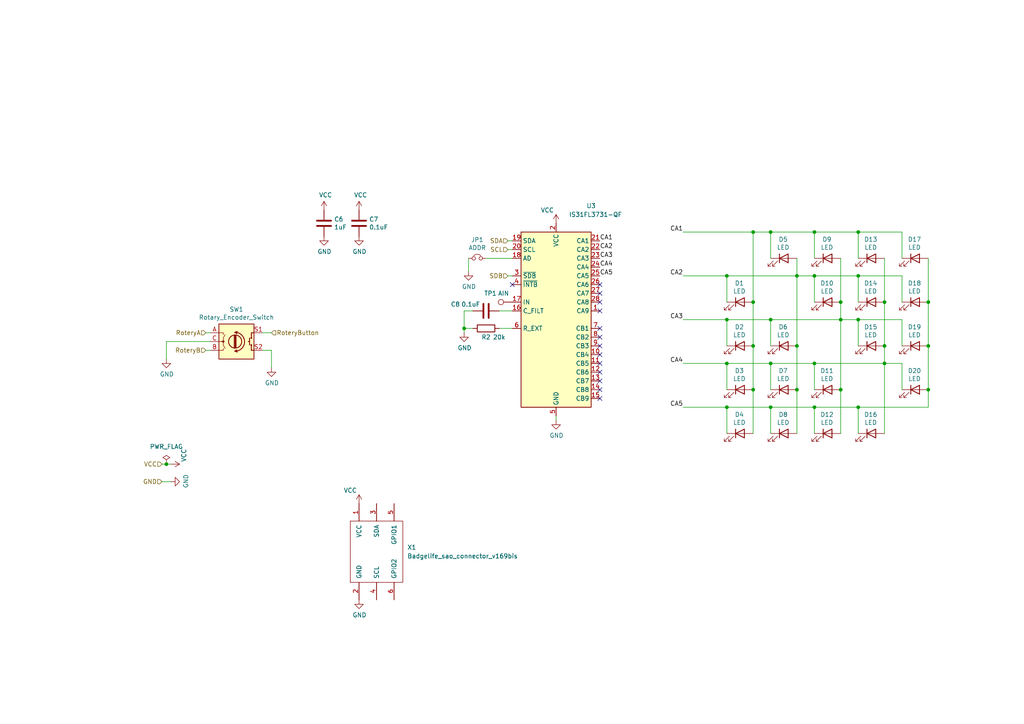
<source format=kicad_sch>
(kicad_sch (version 20210621) (generator eeschema)
  (paper "A4")
  (lib_symbols
    (symbol "BadgePirates:Badgelife_sao_connector_v169bis" (pin_names (offset 1.016))
      (property "Reference" "X" (at 0 0 0))
      (property "Value" "Badgelife_sao_connector_v169bis" (at 0 20.32 0))
      (symbol "Badgelife_sao_connector_v169bis_0_1"
        (rectangle (start -7.62 8.89) (end 7.62 -8.89))
      )
      (symbol "Badgelife_sao_connector_v169bis_1_1"
        (pin input line (at -5.08 13.97 270) (length 5.08) (name "VCC") (number "1"))
        (pin input line (at -5.08 -13.97 90) (length 5.08) (name "GND") (number "2"))
        (pin input line (at 0 13.97 270) (length 5.08) (name "SDA") (number "3"))
        (pin input line (at 0 -13.97 90) (length 5.08) (name "SCL") (number "4"))
        (pin input line (at 5.08 13.97 270) (length 5.08) (name "GPIO1") (number "5"))
        (pin input line (at 5.08 -13.97 90) (length 5.08) (name "GPIO2") (number "6"))
      )
    )
    (symbol "Connector:TestPoint" (pin_numbers hide) (pin_names (offset 0.762) hide)
      (property "Reference" "TP" (at 0 6.858 0))
      (property "Value" "TestPoint" (at 0 5.08 0))
      (symbol "TestPoint_0_1"
        (circle (center 0 3.302) (radius 0.762))
      )
      (symbol "TestPoint_1_1"
        (pin passive line (at 0 0 90) (length 2.54) (name "1") (number "1"))
      )
    )
    (symbol "Device:C" (pin_numbers hide) (pin_names (offset 0.254))
      (property "Reference" "C" (at 0.635 2.54 0))
      (property "Value" "C" (at 0.635 -2.54 0))
      (symbol "C_0_1"
        (polyline (pts (xy -2.032 -0.762) (xy 2.032 -0.762)) (stroke (width 0.508)))
        (polyline (pts (xy -2.032 0.762) (xy 2.032 0.762)) (stroke (width 0.508)))
      )
      (symbol "C_1_1"
        (pin passive line (at 0 3.81 270) (length 2.794) (name "~") (number "1"))
        (pin passive line (at 0 -3.81 90) (length 2.794) (name "~") (number "2"))
      )
    )
    (symbol "Device:Jumper_NC_Small" (pin_numbers hide) (pin_names (offset 0.762) hide)
      (property "Reference" "JP" (at 0 2.032 0))
      (property "Value" "Jumper_NC_Small" (at 0.254 -1.524 0))
      (symbol "Jumper_NC_Small_0_1"
        (arc (start 1.016 0.762) (end -1.016 0.762) (radius (at 0 -0.254) (length 1.4478) (angles 45 135)))
        (circle (center -1.016 0) (radius 0.508))
        (circle (center 1.016 0) (radius 0.508))
        (pin passive line (at -2.54 0 0) (length 1.016) (name "1") (number "1"))
        (pin passive line (at 2.54 0 180) (length 1.016) (name "2") (number "2"))
      )
    )
    (symbol "Device:LED" (pin_numbers hide) (pin_names (offset 1.016) hide)
      (property "Reference" "D" (at 0 2.54 0))
      (property "Value" "LED" (at 0 -2.54 0))
      (symbol "LED_0_1"
        (polyline (pts (xy -1.27 -1.27) (xy -1.27 1.27)) (stroke (width 0.254)))
        (polyline (pts (xy -1.27 0) (xy 1.27 0)))
        (polyline (pts (xy 1.27 -1.27) (xy 1.27 1.27) (xy -1.27 0) (xy 1.27 -1.27)) (stroke (width 0.254)))
        (polyline (pts (xy -3.048 -0.762) (xy -4.572 -2.286) (xy -3.81 -2.286) (xy -4.572 -2.286) (xy -4.572 -1.524)))
        (polyline (pts (xy -1.778 -0.762) (xy -3.302 -2.286) (xy -2.54 -2.286) (xy -3.302 -2.286) (xy -3.302 -1.524)))
      )
      (symbol "LED_1_1"
        (pin passive line (at -3.81 0 0) (length 2.54) (name "K") (number "1"))
        (pin passive line (at 3.81 0 180) (length 2.54) (name "A") (number "2"))
      )
    )
    (symbol "Device:R" (pin_numbers hide) (pin_names (offset 0))
      (property "Reference" "R" (at 2.032 0 90))
      (property "Value" "R" (at 0 0 90))
      (symbol "R_0_1"
        (rectangle (start -1.016 -2.54) (end 1.016 2.54) (stroke (width 0.254)))
      )
      (symbol "R_1_1"
        (pin passive line (at 0 3.81 270) (length 1.27) (name "~") (number "1"))
        (pin passive line (at 0 -3.81 90) (length 1.27) (name "~") (number "2"))
      )
    )
    (symbol "Device:Rotary_Encoder_Switch" (pin_names (offset 0.254) hide)
      (property "Reference" "SW" (at 0 6.604 0))
      (property "Value" "Rotary_Encoder_Switch" (at 0 -6.604 0))
      (symbol "Rotary_Encoder_Switch_0_1"
        (arc (start -0.381 -2.794) (end -0.381 2.667) (radius (at -0.381 -0.0508) (length 2.7432) (angles -89.9 89.9)) (stroke (width 0.254)))
        (circle (center -0.381 0) (radius 1.905) (stroke (width 0.254)))
        (circle (center 4.318 -1.016) (radius 0.127) (stroke (width 0.254)))
        (circle (center 4.318 1.016) (radius 0.127) (stroke (width 0.254)))
        (circle (center -3.81 0) (radius 0.254) (fill (type outline)))
        (rectangle (start -5.08 5.08) (end 5.08 -5.08) (stroke (width 0.254)) (fill (type background)))
        (polyline (pts (xy -0.635 -1.778) (xy -0.635 1.778)) (stroke (width 0.254)))
        (polyline (pts (xy -0.381 -1.778) (xy -0.381 1.778)) (stroke (width 0.254)))
        (polyline (pts (xy -0.127 1.778) (xy -0.127 -1.778)) (stroke (width 0.254)))
        (polyline (pts (xy 3.81 0) (xy 3.429 0)) (stroke (width 0.254)))
        (polyline (pts (xy 3.81 1.016) (xy 3.81 -1.016)) (stroke (width 0.254)))
        (polyline (pts (xy -5.08 -2.54) (xy -3.81 -2.54) (xy -3.81 -2.032)))
        (polyline (pts (xy -5.08 2.54) (xy -3.81 2.54) (xy -3.81 2.032)))
        (polyline (pts (xy 0.254 -3.048) (xy -0.508 -2.794) (xy 0.127 -2.413)) (stroke (width 0.254)))
        (polyline (pts (xy 0.254 2.921) (xy -0.508 2.667) (xy 0.127 2.286)) (stroke (width 0.254)))
        (polyline (pts (xy 5.08 -2.54) (xy 4.318 -2.54) (xy 4.318 -1.016)) (stroke (width 0.254)))
        (polyline (pts (xy 5.08 2.54) (xy 4.318 2.54) (xy 4.318 1.016)) (stroke (width 0.254)))
        (polyline (pts (xy -5.08 0) (xy -3.81 0) (xy -3.81 -1.016) (xy -3.302 -2.032)))
        (polyline (pts (xy -4.318 0) (xy -3.81 0) (xy -3.81 1.016) (xy -3.302 2.032)))
      )
      (symbol "Rotary_Encoder_Switch_1_1"
        (pin passive line (at -7.62 2.54 0) (length 2.54) (name "A") (number "A"))
        (pin passive line (at -7.62 -2.54 0) (length 2.54) (name "B") (number "B"))
        (pin passive line (at -7.62 0 0) (length 2.54) (name "C") (number "C"))
        (pin passive line (at 7.62 2.54 180) (length 2.54) (name "S1") (number "S1"))
        (pin passive line (at 7.62 -2.54 180) (length 2.54) (name "S2") (number "S2"))
      )
    )
    (symbol "Driver_LED:IS31FL3731-QF"
      (property "Reference" "U" (at -10.16 26.035 0))
      (property "Value" "IS31FL3731-QF" (at 2.54 -26.035 0))
      (symbol "IS31FL3731-QF_0_1"
        (rectangle (start -10.16 25.4) (end 10.16 -25.4) (stroke (width 0.254)) (fill (type background)))
      )
      (symbol "IS31FL3731-QF_1_1"
        (pin bidirectional line (at 12.7 2.54 180) (length 2.54) (name "CA9") (number "1"))
        (pin bidirectional line (at 12.7 -10.16 180) (length 2.54) (name "CB4") (number "10"))
        (pin bidirectional line (at 12.7 -12.7 180) (length 2.54) (name "CB5") (number "11"))
        (pin bidirectional line (at 12.7 -15.24 180) (length 2.54) (name "CB6") (number "12"))
        (pin bidirectional line (at 12.7 -17.78 180) (length 2.54) (name "CB7") (number "13"))
        (pin bidirectional line (at 12.7 -20.32 180) (length 2.54) (name "CB8") (number "14"))
        (pin bidirectional line (at 12.7 -22.86 180) (length 2.54) (name "CB9") (number "15"))
        (pin passive line (at -12.7 2.54 0) (length 2.54) (name "C_FILT") (number "16"))
        (pin input line (at -12.7 5.08 0) (length 2.54) (name "IN") (number "17"))
        (pin input line (at -12.7 17.78 0) (length 2.54) (name "AD") (number "18"))
        (pin bidirectional line (at -12.7 22.86 0) (length 2.54) (name "SDA") (number "19"))
        (pin power_in line (at 0 27.94 270) (length 2.54) (name "VCC") (number "2"))
        (pin input line (at -12.7 20.32 0) (length 2.54) (name "SCL") (number "20"))
        (pin bidirectional line (at 12.7 22.86 180) (length 2.54) (name "CA1") (number "21"))
        (pin bidirectional line (at 12.7 20.32 180) (length 2.54) (name "CA2") (number "22"))
        (pin bidirectional line (at 12.7 17.78 180) (length 2.54) (name "CA3") (number "23"))
        (pin bidirectional line (at 12.7 15.24 180) (length 2.54) (name "CA4") (number "24"))
        (pin bidirectional line (at 12.7 12.7 180) (length 2.54) (name "CA5") (number "25"))
        (pin bidirectional line (at 12.7 10.16 180) (length 2.54) (name "CA6") (number "26"))
        (pin bidirectional line (at 12.7 7.62 180) (length 2.54) (name "CA7") (number "27"))
        (pin bidirectional line (at 12.7 5.08 180) (length 2.54) (name "CA8") (number "28"))
        (pin passive line (at 0 -27.94 90) (length 2.54) hide (name "GND") (number "29"))
        (pin input line (at -12.7 12.7 0) (length 2.54) (name "~{SDB}") (number "3"))
        (pin open_collector line (at -12.7 10.16 0) (length 2.54) (name "~{INTB}") (number "4"))
        (pin power_in line (at 0 -27.94 90) (length 2.54) (name "GND") (number "5"))
        (pin passive line (at -12.7 -2.54 0) (length 2.54) (name "R_EXT") (number "6"))
        (pin bidirectional line (at 12.7 -2.54 180) (length 2.54) (name "CB1") (number "7"))
        (pin bidirectional line (at 12.7 -5.08 180) (length 2.54) (name "CB2") (number "8"))
        (pin bidirectional line (at 12.7 -7.62 180) (length 2.54) (name "CB3") (number "9"))
      )
    )
    (symbol "power:GND" (power) (pin_names (offset 0))
      (property "Value" "GND" (at 0 -3.81 0))
      (symbol "GND_0_1"
        (polyline (pts (xy 0 0) (xy 0 -1.27) (xy 1.27 -1.27) (xy 0 -2.54) (xy -1.27 -1.27) (xy 0 -1.27)))
      )
      (symbol "GND_1_1"
        (pin power_in line (at 0 0 270) (length 0) hide (name "GND") (number "1"))
      )
    )
    (symbol "power:PWR_FLAG" (power) (pin_numbers hide) (pin_names (offset 0) hide)
      (property "Value" "PWR_FLAG" (at 0 3.81 0))
      (symbol "PWR_FLAG_0_0"
        (pin power_out line (at 0 0 90) (length 0) (name "pwr") (number "1"))
      )
      (symbol "PWR_FLAG_0_1"
        (polyline (pts (xy 0 0) (xy 0 1.27) (xy -1.016 1.905) (xy 0 2.54) (xy 1.016 1.905) (xy 0 1.27)))
      )
    )
    (symbol "power:VCC" (power) (pin_names (offset 0))
      (property "Value" "VCC" (at 0 3.81 0))
      (symbol "VCC_0_1"
        (polyline (pts (xy -0.762 1.27) (xy 0 2.54)))
        (polyline (pts (xy 0 0) (xy 0 2.54)))
        (polyline (pts (xy 0 2.54) (xy 0.762 1.27)))
      )
      (symbol "VCC_1_1"
        (pin power_in line (at 0 0 90) (length 0) hide (name "VCC") (number "1"))
      )
    )
  )
  (junction (at 48.26 134.62) (diameter 0.9144))
  (junction (at 134.62 95.25) (diameter 0.9144))
  (junction (at 210.82 80.01) (diameter 0.9144))
  (junction (at 210.82 92.71) (diameter 0.9144))
  (junction (at 210.82 105.41) (diameter 0.9144))
  (junction (at 210.82 118.11) (diameter 0.9144))
  (junction (at 218.44 67.31) (diameter 0.9144))
  (junction (at 218.44 87.63) (diameter 0.9144))
  (junction (at 218.44 100.33) (diameter 0.9144))
  (junction (at 218.44 113.03) (diameter 0.9144))
  (junction (at 223.52 67.31) (diameter 0.9144))
  (junction (at 223.52 92.71) (diameter 0.9144))
  (junction (at 223.52 105.41) (diameter 0.9144))
  (junction (at 223.52 118.11) (diameter 0.9144))
  (junction (at 231.14 80.01) (diameter 0.9144))
  (junction (at 231.14 100.33) (diameter 0.9144))
  (junction (at 231.14 113.03) (diameter 0.9144))
  (junction (at 236.22 67.31) (diameter 0.9144))
  (junction (at 236.22 80.01) (diameter 0.9144))
  (junction (at 236.22 105.41) (diameter 0.9144))
  (junction (at 236.22 118.11) (diameter 0.9144))
  (junction (at 243.84 87.63) (diameter 0.9144))
  (junction (at 243.84 92.71) (diameter 0.9144))
  (junction (at 243.84 113.03) (diameter 0.9144))
  (junction (at 248.92 67.31) (diameter 0.9144))
  (junction (at 248.92 80.01) (diameter 0.9144))
  (junction (at 248.92 92.71) (diameter 0.9144))
  (junction (at 248.92 118.11) (diameter 0.9144))
  (junction (at 256.54 87.63) (diameter 0.9144))
  (junction (at 256.54 100.33) (diameter 0.9144))
  (junction (at 256.54 105.41) (diameter 0.9144))
  (junction (at 269.24 87.63) (diameter 0.9144))
  (junction (at 269.24 100.33) (diameter 0.9144))
  (junction (at 269.24 113.03) (diameter 0.9144))
  (no_connect (at 148.59 82.55))
  (no_connect (at 173.99 82.55))
  (no_connect (at 173.99 85.09))
  (no_connect (at 173.99 87.63))
  (no_connect (at 173.99 90.17))
  (no_connect (at 173.99 95.25))
  (no_connect (at 173.99 97.79))
  (no_connect (at 173.99 100.33))
  (no_connect (at 173.99 102.87))
  (no_connect (at 173.99 105.41))
  (no_connect (at 173.99 107.95))
  (no_connect (at 173.99 110.49))
  (no_connect (at 173.99 113.03))
  (no_connect (at 173.99 115.57))
  (wire (pts (xy 46.99 134.62) (xy 48.26 134.62)))
  (wire (pts (xy 46.99 139.7) (xy 49.53 139.7)))
  (wire (pts (xy 48.26 99.06) (xy 48.26 104.14)))
  (wire (pts (xy 48.26 99.06) (xy 60.96 99.06)))
  (wire (pts (xy 48.26 134.62) (xy 49.53 134.62)))
  (wire (pts (xy 59.69 96.52) (xy 60.96 96.52)))
  (wire (pts (xy 59.69 101.6) (xy 60.96 101.6)))
  (wire (pts (xy 76.2 96.52) (xy 78.74 96.52)))
  (wire (pts (xy 76.2 101.6) (xy 78.74 101.6)))
  (wire (pts (xy 78.74 101.6) (xy 78.74 106.68)))
  (wire (pts (xy 134.62 90.17) (xy 134.62 95.25)))
  (wire (pts (xy 134.62 95.25) (xy 134.62 96.52)))
  (wire (pts (xy 135.89 74.93) (xy 135.89 78.74)))
  (wire (pts (xy 137.16 90.17) (xy 134.62 90.17)))
  (wire (pts (xy 137.16 95.25) (xy 134.62 95.25)))
  (wire (pts (xy 144.78 90.17) (xy 148.59 90.17)))
  (wire (pts (xy 144.78 95.25) (xy 148.59 95.25)))
  (wire (pts (xy 147.32 69.85) (xy 148.59 69.85)))
  (wire (pts (xy 147.32 72.39) (xy 148.59 72.39)))
  (wire (pts (xy 147.32 80.01) (xy 148.59 80.01)))
  (wire (pts (xy 148.59 74.93) (xy 140.97 74.93)))
  (wire (pts (xy 161.29 120.65) (xy 161.29 121.92)))
  (wire (pts (xy 198.12 118.11) (xy 210.82 118.11)))
  (wire (pts (xy 210.82 80.01) (xy 198.12 80.01)))
  (wire (pts (xy 210.82 87.63) (xy 210.82 80.01)))
  (wire (pts (xy 210.82 92.71) (xy 198.12 92.71)))
  (wire (pts (xy 210.82 100.33) (xy 210.82 92.71)))
  (wire (pts (xy 210.82 105.41) (xy 198.12 105.41)))
  (wire (pts (xy 210.82 113.03) (xy 210.82 105.41)))
  (wire (pts (xy 210.82 118.11) (xy 223.52 118.11)))
  (wire (pts (xy 210.82 125.73) (xy 210.82 118.11)))
  (wire (pts (xy 218.44 67.31) (xy 198.12 67.31)))
  (wire (pts (xy 218.44 87.63) (xy 218.44 67.31)))
  (wire (pts (xy 218.44 87.63) (xy 218.44 100.33)))
  (wire (pts (xy 218.44 100.33) (xy 218.44 113.03)))
  (wire (pts (xy 218.44 113.03) (xy 218.44 125.73)))
  (wire (pts (xy 223.52 67.31) (xy 218.44 67.31)))
  (wire (pts (xy 223.52 74.93) (xy 223.52 67.31)))
  (wire (pts (xy 223.52 92.71) (xy 210.82 92.71)))
  (wire (pts (xy 223.52 100.33) (xy 223.52 92.71)))
  (wire (pts (xy 223.52 105.41) (xy 210.82 105.41)))
  (wire (pts (xy 223.52 113.03) (xy 223.52 105.41)))
  (wire (pts (xy 223.52 118.11) (xy 236.22 118.11)))
  (wire (pts (xy 223.52 125.73) (xy 223.52 118.11)))
  (wire (pts (xy 231.14 74.93) (xy 231.14 80.01)))
  (wire (pts (xy 231.14 80.01) (xy 210.82 80.01)))
  (wire (pts (xy 231.14 80.01) (xy 231.14 100.33)))
  (wire (pts (xy 231.14 80.01) (xy 236.22 80.01)))
  (wire (pts (xy 231.14 100.33) (xy 231.14 113.03)))
  (wire (pts (xy 231.14 113.03) (xy 231.14 125.73)))
  (wire (pts (xy 236.22 67.31) (xy 223.52 67.31)))
  (wire (pts (xy 236.22 74.93) (xy 236.22 67.31)))
  (wire (pts (xy 236.22 80.01) (xy 248.92 80.01)))
  (wire (pts (xy 236.22 87.63) (xy 236.22 80.01)))
  (wire (pts (xy 236.22 105.41) (xy 223.52 105.41)))
  (wire (pts (xy 236.22 113.03) (xy 236.22 105.41)))
  (wire (pts (xy 236.22 118.11) (xy 248.92 118.11)))
  (wire (pts (xy 236.22 125.73) (xy 236.22 118.11)))
  (wire (pts (xy 243.84 87.63) (xy 243.84 74.93)))
  (wire (pts (xy 243.84 92.71) (xy 223.52 92.71)))
  (wire (pts (xy 243.84 92.71) (xy 243.84 87.63)))
  (wire (pts (xy 243.84 92.71) (xy 243.84 113.03)))
  (wire (pts (xy 243.84 113.03) (xy 243.84 125.73)))
  (wire (pts (xy 248.92 67.31) (xy 236.22 67.31)))
  (wire (pts (xy 248.92 74.93) (xy 248.92 67.31)))
  (wire (pts (xy 248.92 87.63) (xy 248.92 80.01)))
  (wire (pts (xy 248.92 92.71) (xy 243.84 92.71)))
  (wire (pts (xy 248.92 100.33) (xy 248.92 92.71)))
  (wire (pts (xy 248.92 118.11) (xy 269.24 118.11)))
  (wire (pts (xy 248.92 125.73) (xy 248.92 118.11)))
  (wire (pts (xy 256.54 87.63) (xy 256.54 74.93)))
  (wire (pts (xy 256.54 100.33) (xy 256.54 87.63)))
  (wire (pts (xy 256.54 105.41) (xy 236.22 105.41)))
  (wire (pts (xy 256.54 105.41) (xy 256.54 100.33)))
  (wire (pts (xy 256.54 105.41) (xy 256.54 125.73)))
  (wire (pts (xy 261.62 67.31) (xy 248.92 67.31)))
  (wire (pts (xy 261.62 74.93) (xy 261.62 67.31)))
  (wire (pts (xy 261.62 80.01) (xy 248.92 80.01)))
  (wire (pts (xy 261.62 87.63) (xy 261.62 80.01)))
  (wire (pts (xy 261.62 92.71) (xy 248.92 92.71)))
  (wire (pts (xy 261.62 100.33) (xy 261.62 92.71)))
  (wire (pts (xy 261.62 105.41) (xy 256.54 105.41)))
  (wire (pts (xy 261.62 113.03) (xy 261.62 105.41)))
  (wire (pts (xy 269.24 87.63) (xy 269.24 74.93)))
  (wire (pts (xy 269.24 100.33) (xy 269.24 87.63)))
  (wire (pts (xy 269.24 113.03) (xy 269.24 100.33)))
  (wire (pts (xy 269.24 118.11) (xy 269.24 113.03)))
  (label "CA1" (at 173.99 69.85 0))
  (label "CA2" (at 173.99 72.39 0))
  (label "CA3" (at 173.99 74.93 0))
  (label "CA4" (at 173.99 77.47 0))
  (label "CA5" (at 173.99 80.01 0))
  (label "CA1" (at 198.12 67.31 180))
  (label "CA2" (at 198.12 80.01 180))
  (label "CA3" (at 198.12 92.71 180))
  (label "CA4" (at 198.12 105.41 180))
  (label "CA5" (at 198.12 118.11 180))
  (hierarchical_label "VCC" (shape input) (at 46.99 134.62 180))
  (hierarchical_label "GND" (shape input) (at 46.99 139.7 180))
  (hierarchical_label "RoteryA" (shape input) (at 59.69 96.52 180))
  (hierarchical_label "RoteryB" (shape input) (at 59.69 101.6 180))
  (hierarchical_label "RoteryButton" (shape input) (at 78.74 96.52 0))
  (hierarchical_label "SDA" (shape input) (at 147.32 69.85 180))
  (hierarchical_label "SCL" (shape input) (at 147.32 72.39 180))
  (hierarchical_label "SDB" (shape input) (at 147.32 80.01 180))
  (symbol (lib_id "power:VCC") (at 49.53 134.62 270) (unit 1)
    (property "Reference" "#PWR011" (effects hide))
    (property "Value" "VCC" (at 53.34 132.08 0))
  )
  (symbol (lib_id "power:VCC") (at 93.98 60.96 0) (unit 1)
    (property "Reference" "#PWR014" (effects hide))
    (property "Value" "VCC" (at 94.4118 56.5658 0))
  )
  (symbol (lib_id "power:VCC") (at 104.14 60.96 0) (unit 1)
    (property "Reference" "#PWR016" (effects hide))
    (property "Value" "VCC" (at 104.5718 56.5658 0))
  )
  (symbol (lib_id "power:VCC") (at 104.14 146.05 0) (unit 1)
    (property "Reference" "#PWR?" (effects hide))
    (property "Value" "VCC" (at 101.6 142.24 0))
  )
  (symbol (lib_id "power:VCC") (at 161.29 64.77 0) (unit 1)
    (property "Reference" "#PWR020" (effects hide))
    (property "Value" "VCC" (at 158.75 60.96 0))
  )
  (symbol (lib_id "power:PWR_FLAG") (at 48.26 134.62 0) (unit 1)
    (property "Reference" "#FLG0101" (effects hide))
    (property "Value" "PWR_FLAG" (at 48.26 129.54 0))
  )
  (symbol (lib_id "Connector:TestPoint") (at 148.59 87.63 90) (unit 1)
    (property "Reference" "TP1" (at 142.24 85.09 90))
    (property "Value" "AIN" (at 146.05 85.09 90))
    (property "Footprint" "TestPoint:TestPoint_Pad_D2.0mm" (effects hide))
  )
  (symbol (lib_id "power:GND") (at 48.26 104.14 0) (unit 1)
    (property "Reference" "#PWR010" (effects hide))
    (property "Value" "GND" (at 48.387 108.5342 0))
  )
  (symbol (lib_id "power:GND") (at 49.53 139.7 90) (unit 1)
    (property "Reference" "#PWR012" (effects hide))
    (property "Value" "GND" (at 53.9242 139.573 0))
  )
  (symbol (lib_id "power:GND") (at 78.74 106.68 0) (unit 1)
    (property "Reference" "#PWR013" (effects hide))
    (property "Value" "GND" (at 78.867 111.0742 0))
  )
  (symbol (lib_id "power:GND") (at 93.98 68.58 0) (unit 1)
    (property "Reference" "#PWR015" (effects hide))
    (property "Value" "GND" (at 94.107 72.9742 0))
  )
  (symbol (lib_id "power:GND") (at 104.14 68.58 0) (unit 1)
    (property "Reference" "#PWR017" (effects hide))
    (property "Value" "GND" (at 104.267 72.9742 0))
  )
  (symbol (lib_id "power:GND") (at 104.14 173.99 0) (unit 1)
    (property "Reference" "#PWR?" (effects hide))
    (property "Value" "GND" (at 104.267 178.3842 0))
  )
  (symbol (lib_id "power:GND") (at 134.62 96.52 0) (unit 1)
    (property "Reference" "#PWR018" (effects hide))
    (property "Value" "GND" (at 134.747 100.9142 0))
  )
  (symbol (lib_id "power:GND") (at 135.89 78.74 0) (unit 1)
    (property "Reference" "#PWR019" (effects hide))
    (property "Value" "GND" (at 136.017 83.1342 0))
  )
  (symbol (lib_id "power:GND") (at 161.29 121.92 0) (unit 1)
    (property "Reference" "#PWR0102" (effects hide))
    (property "Value" "GND" (at 161.417 126.3142 0))
  )
  (symbol (lib_id "Device:Jumper_NC_Small") (at 138.43 74.93 0) (unit 1)
    (property "Reference" "JP1" (at 138.43 69.5452 0))
    (property "Value" "ADDR" (at 138.43 71.8566 0))
    (property "Footprint" "Jumper:SolderJumper-2_P1.3mm_Bridged_Pad1.0x1.5mm" (effects hide))
  )
  (symbol (lib_id "Device:R") (at 140.97 95.25 270) (unit 1)
    (property "Reference" "R2" (at 140.97 97.79 90))
    (property "Value" "20k" (at 144.78 97.79 90))
    (property "Footprint" "Resistor_SMD:R_0805_2012Metric" (effects hide))
  )
  (symbol (lib_id "Device:LED") (at 214.63 87.63 0) (unit 1)
    (property "Reference" "D1" (at 214.4522 82.1436 0))
    (property "Value" "LED" (at 214.4522 84.455 0))
    (property "Footprint" "BadgePirates:XZMDK45WT-ReverseMountLED" (effects hide))
  )
  (symbol (lib_id "Device:LED") (at 214.63 100.33 0) (unit 1)
    (property "Reference" "D2" (at 214.4522 94.8436 0))
    (property "Value" "LED" (at 214.4522 97.155 0))
    (property "Footprint" "BadgePirates:XZMDK45WT-ReverseMountLED" (effects hide))
  )
  (symbol (lib_id "Device:LED") (at 214.63 113.03 0) (unit 1)
    (property "Reference" "D3" (at 214.4522 107.5436 0))
    (property "Value" "LED" (at 214.4522 109.855 0))
    (property "Footprint" "BadgePirates:XZMDK45WT-ReverseMountLED" (effects hide))
  )
  (symbol (lib_id "Device:LED") (at 214.63 125.73 0) (unit 1)
    (property "Reference" "D4" (at 214.4522 120.2436 0))
    (property "Value" "LED" (at 214.4522 122.555 0))
    (property "Footprint" "BadgePirates:XZMDK45WT-ReverseMountLED" (effects hide))
  )
  (symbol (lib_id "Device:LED") (at 227.33 74.93 0) (unit 1)
    (property "Reference" "D5" (at 227.1522 69.4436 0))
    (property "Value" "LED" (at 227.1522 71.755 0))
    (property "Footprint" "BadgePirates:XZMDK45WT-ReverseMountLED" (effects hide))
  )
  (symbol (lib_id "Device:LED") (at 227.33 100.33 0) (unit 1)
    (property "Reference" "D6" (at 227.1522 94.8436 0))
    (property "Value" "LED" (at 227.1522 97.155 0))
    (property "Footprint" "BadgePirates:XZMDK45WT-ReverseMountLED" (effects hide))
  )
  (symbol (lib_id "Device:LED") (at 227.33 113.03 0) (unit 1)
    (property "Reference" "D7" (at 227.1522 107.5436 0))
    (property "Value" "LED" (at 227.1522 109.855 0))
    (property "Footprint" "BadgePirates:XZMDK45WT-ReverseMountLED" (effects hide))
  )
  (symbol (lib_id "Device:LED") (at 227.33 125.73 0) (unit 1)
    (property "Reference" "D8" (at 227.1522 120.2436 0))
    (property "Value" "LED" (at 227.1522 122.555 0))
    (property "Footprint" "BadgePirates:XZMDK45WT-ReverseMountLED" (effects hide))
  )
  (symbol (lib_id "Device:LED") (at 240.03 74.93 0) (unit 1)
    (property "Reference" "D9" (at 239.8522 69.4436 0))
    (property "Value" "LED" (at 239.8522 71.755 0))
    (property "Footprint" "BadgePirates:XZMDK45WT-ReverseMountLED" (effects hide))
  )
  (symbol (lib_id "Device:LED") (at 240.03 87.63 0) (unit 1)
    (property "Reference" "D10" (at 239.8522 82.1436 0))
    (property "Value" "LED" (at 239.8522 84.455 0))
    (property "Footprint" "BadgePirates:XZMDK45WT-ReverseMountLED" (effects hide))
  )
  (symbol (lib_id "Device:LED") (at 240.03 113.03 0) (unit 1)
    (property "Reference" "D11" (at 239.8522 107.5436 0))
    (property "Value" "LED" (at 239.8522 109.855 0))
    (property "Footprint" "BadgePirates:XZMDK45WT-ReverseMountLED" (effects hide))
  )
  (symbol (lib_id "Device:LED") (at 240.03 125.73 0) (unit 1)
    (property "Reference" "D12" (at 239.8522 120.2436 0))
    (property "Value" "LED" (at 239.8522 122.555 0))
    (property "Footprint" "BadgePirates:XZMDK45WT-ReverseMountLED" (effects hide))
  )
  (symbol (lib_id "Device:LED") (at 252.73 74.93 0) (unit 1)
    (property "Reference" "D13" (at 252.5522 69.4436 0))
    (property "Value" "LED" (at 252.5522 71.755 0))
    (property "Footprint" "BadgePirates:XZMDK45WT-ReverseMountLED" (effects hide))
  )
  (symbol (lib_id "Device:LED") (at 252.73 87.63 0) (unit 1)
    (property "Reference" "D14" (at 252.5522 82.1436 0))
    (property "Value" "LED" (at 252.5522 84.455 0))
    (property "Footprint" "BadgePirates:XZMDK45WT-ReverseMountLED" (effects hide))
  )
  (symbol (lib_id "Device:LED") (at 252.73 100.33 0) (unit 1)
    (property "Reference" "D15" (at 252.5522 94.8436 0))
    (property "Value" "LED" (at 252.5522 97.155 0))
    (property "Footprint" "BadgePirates:XZMDK45WT-ReverseMountLED" (effects hide))
  )
  (symbol (lib_id "Device:LED") (at 252.73 125.73 0) (unit 1)
    (property "Reference" "D16" (at 252.5522 120.2436 0))
    (property "Value" "LED" (at 252.5522 122.555 0))
    (property "Footprint" "BadgePirates:XZMDK45WT-ReverseMountLED" (effects hide))
  )
  (symbol (lib_id "Device:LED") (at 265.43 74.93 0) (unit 1)
    (property "Reference" "D17" (at 265.2522 69.4436 0))
    (property "Value" "LED" (at 265.2522 71.755 0))
    (property "Footprint" "BadgePirates:XZMDK45WT-ReverseMountLED" (effects hide))
  )
  (symbol (lib_id "Device:LED") (at 265.43 87.63 0) (unit 1)
    (property "Reference" "D18" (at 265.2522 82.1436 0))
    (property "Value" "LED" (at 265.2522 84.455 0))
    (property "Footprint" "BadgePirates:XZMDK45WT-ReverseMountLED" (effects hide))
  )
  (symbol (lib_id "Device:LED") (at 265.43 100.33 0) (unit 1)
    (property "Reference" "D19" (at 265.2522 94.8436 0))
    (property "Value" "LED" (at 265.2522 97.155 0))
    (property "Footprint" "BadgePirates:XZMDK45WT-ReverseMountLED" (effects hide))
  )
  (symbol (lib_id "Device:LED") (at 265.43 113.03 0) (unit 1)
    (property "Reference" "D20" (at 265.2522 107.5436 0))
    (property "Value" "LED" (at 265.2522 109.855 0))
    (property "Footprint" "BadgePirates:XZMDK45WT-ReverseMountLED" (effects hide))
  )
  (symbol (lib_id "Device:C") (at 93.98 64.77 0) (unit 1)
    (property "Reference" "C6" (at 96.901 63.6016 0) (effects (justify left)))
    (property "Value" "1uF" (at 96.901 65.913 0) (effects (justify left)))
    (property "Footprint" "Capacitor_SMD:C_0805_2012Metric" (effects hide))
  )
  (symbol (lib_id "Device:C") (at 104.14 64.77 0) (unit 1)
    (property "Reference" "C7" (at 107.061 63.6016 0) (effects (justify left)))
    (property "Value" "0.1uF" (at 107.061 65.913 0) (effects (justify left)))
    (property "Footprint" "Capacitor_SMD:C_0805_2012Metric" (effects hide))
  )
  (symbol (lib_id "Device:C") (at 140.97 90.17 270) (unit 1)
    (property "Reference" "C8" (at 132.08 88.265 90))
    (property "Value" "0.1uF" (at 136.525 88.265 90))
    (property "Footprint" "Capacitor_SMD:C_0805_2012Metric" (effects hide))
  )
  (symbol (lib_id "Device:Rotary_Encoder_Switch") (at 68.58 99.06 0) (unit 1)
    (property "Reference" "SW1" (at 68.58 89.7382 0))
    (property "Value" "Rotary_Encoder_Switch" (at 68.58 92.0496 0))
    (property "Footprint" "Rotary_Encoder:RotaryEncoder_Alps_EC12E-Switch_Vertical_H20mm_CircularMountingHoles" (effects hide))
  )
  (symbol (lib_id "BadgePirates:Badgelife_sao_connector_v169bis") (at 109.22 160.02 0) (unit 1)
    (property "Reference" "X1" (at 118.11 158.7499 0) (effects (justify left)))
    (property "Value" "Badgelife_sao_connector_v169bis" (at 118.11 161.2899 0) (effects (justify left)))
    (property "Footprint" "BadgePirates:Badgelife-SAOv169-BADGE-2x3_Back" (effects hide))
  )
  (symbol (lib_id "Driver_LED:IS31FL3731-QF") (at 161.29 92.71 0) (unit 1)
    (property "Reference" "U3" (at 171.45 59.69 0))
    (property "Value" "IS31FL3731-QF" (at 172.72 62.23 0))
    (property "Footprint" "Package_DFN_QFN:QFN-28-1EP_4x4mm_P0.4mm_EP2.3x2.3mm" (effects hide))
    (property "Datasheet" "http://www.issi.com/WW/pdf/31FL3731.pdf" (effects hide))
  )
)
</source>
